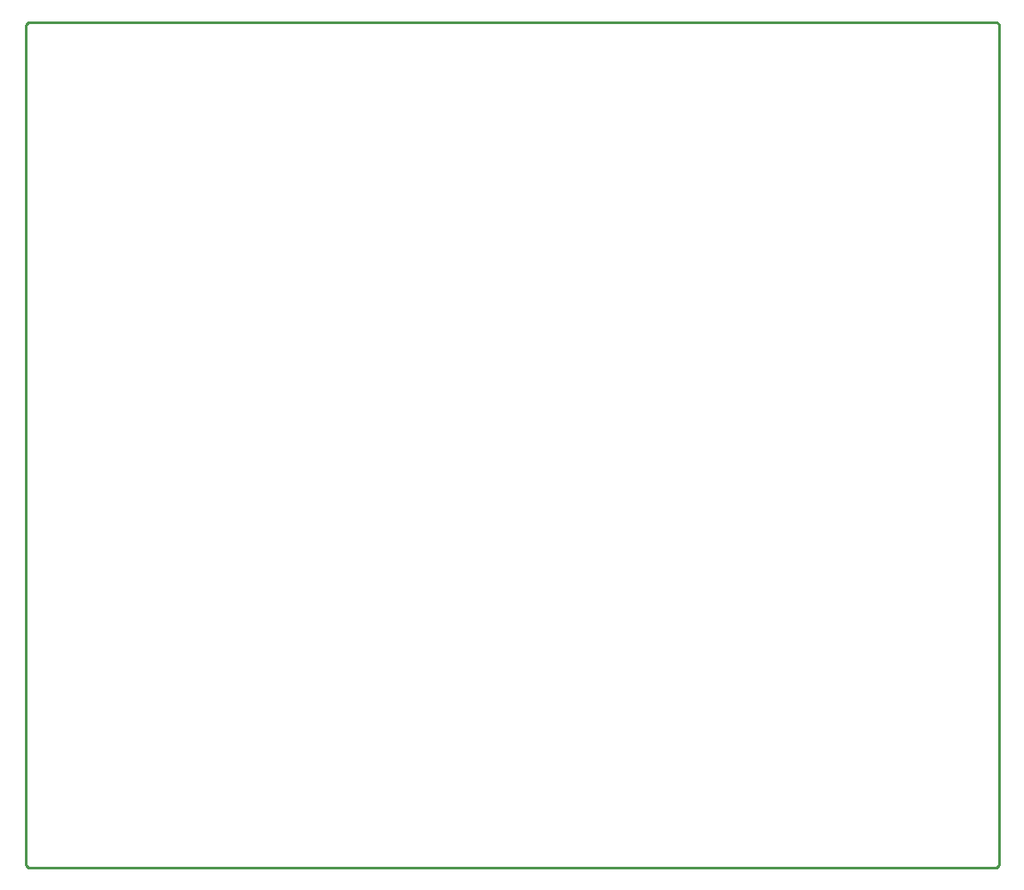
<source format=gm1>
G04*
G04 #@! TF.GenerationSoftware,Altium Limited,CircuitMaker,2.2.1 (6)*
G04*
G04 Layer_Color=16740166*
%FSLAX25Y25*%
%MOIN*%
G70*
G04*
G04 #@! TF.SameCoordinates,9BB8909F-1235-4B7E-8516-07DB857BAA42*
G04*
G04*
G04 #@! TF.FilePolarity,Positive*
G04*
G01*
G75*
%ADD14C,0.01000*%
D14*
X226200Y231000D02*
Y466827D01*
X227373Y468000D01*
X602552D01*
X603486Y467066D01*
Y140769D02*
Y467066D01*
X602633Y139916D02*
X603486Y140769D01*
X227284Y139916D02*
X602633D01*
X226200Y141000D02*
X227284Y139916D01*
X226200Y141000D02*
Y231000D01*
M02*

</source>
